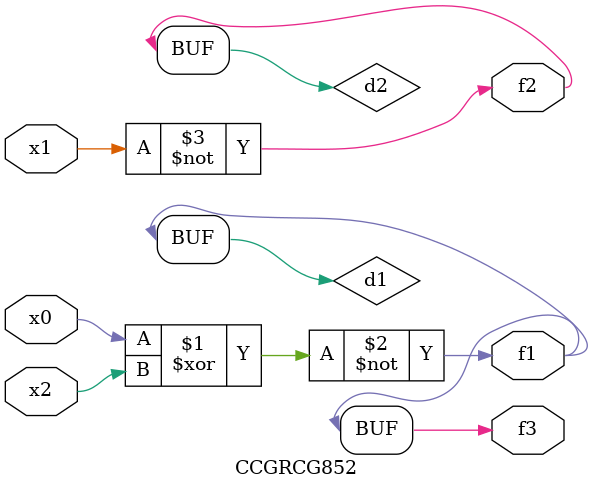
<source format=v>
module CCGRCG852(
	input x0, x1, x2,
	output f1, f2, f3
);

	wire d1, d2, d3;

	xnor (d1, x0, x2);
	nand (d2, x1);
	nor (d3, x1, x2);
	assign f1 = d1;
	assign f2 = d2;
	assign f3 = d1;
endmodule

</source>
